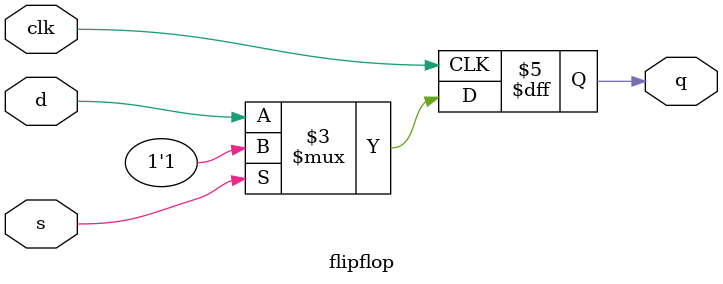
<source format=v>
 module flipflop (clk, d, s, q);
        input  clk, d, s;
        output q;
        reg    q;
        always @(posedge clk)
        begin
           if (s)
              q <= 1;
           else
              q <= d;
        end
        endmodule

</source>
